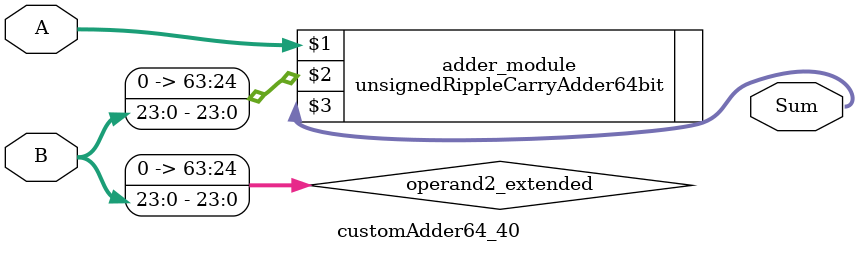
<source format=v>
module customAdder64_40(
                        input [63 : 0] A,
                        input [23 : 0] B,
                        
                        output [64 : 0] Sum
                );

        wire [63 : 0] operand2_extended;
        
        assign operand2_extended =  {40'b0, B};
        
        unsignedRippleCarryAdder64bit adder_module(
            A,
            operand2_extended,
            Sum
        );
        
        endmodule
        
</source>
